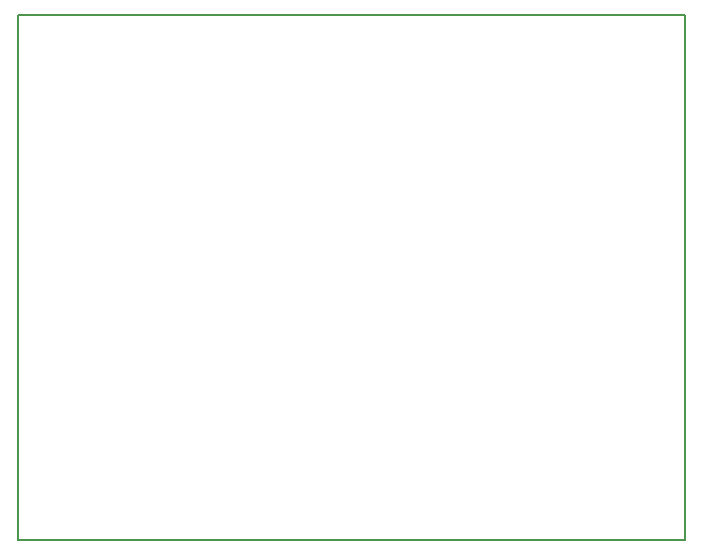
<source format=gm1>
G04 #@! TF.GenerationSoftware,KiCad,Pcbnew,9.0.0*
G04 #@! TF.CreationDate,2025-03-07T23:57:35+01:00*
G04 #@! TF.ProjectId,pcb,7063622e-6b69-4636-9164-5f7063625858,rev?*
G04 #@! TF.SameCoordinates,Original*
G04 #@! TF.FileFunction,Profile,NP*
%FSLAX46Y46*%
G04 Gerber Fmt 4.6, Leading zero omitted, Abs format (unit mm)*
G04 Created by KiCad (PCBNEW 9.0.0) date 2025-03-07 23:57:35*
%MOMM*%
%LPD*%
G01*
G04 APERTURE LIST*
G04 #@! TA.AperFunction,Profile*
%ADD10C,0.203200*%
G04 #@! TD*
G04 APERTURE END LIST*
D10*
X88900000Y-82550000D02*
X88900000Y-38100000D01*
X145415000Y-38100000D02*
X145415000Y-82550000D01*
X145415000Y-82550000D02*
X88900000Y-82550000D01*
X88900000Y-38100000D02*
X145415000Y-38100000D01*
M02*

</source>
